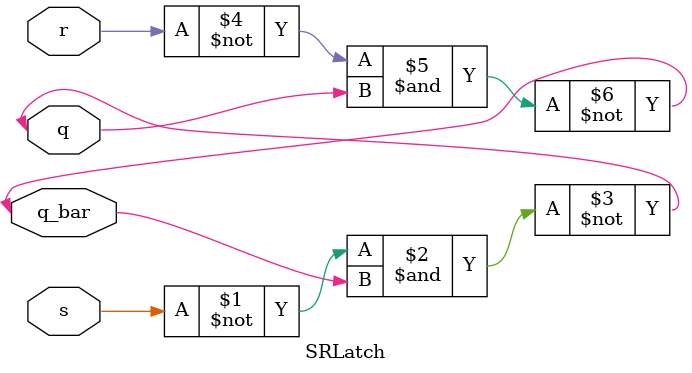
<source format=v>
`timescale 1ns / 1ps
module SRLatch(
    input s,
    input r,
    inout q,
    inout q_bar
    );
	 nand(q,~s,q_bar);
	 nand(q_bar,~r,q);


endmodule

</source>
